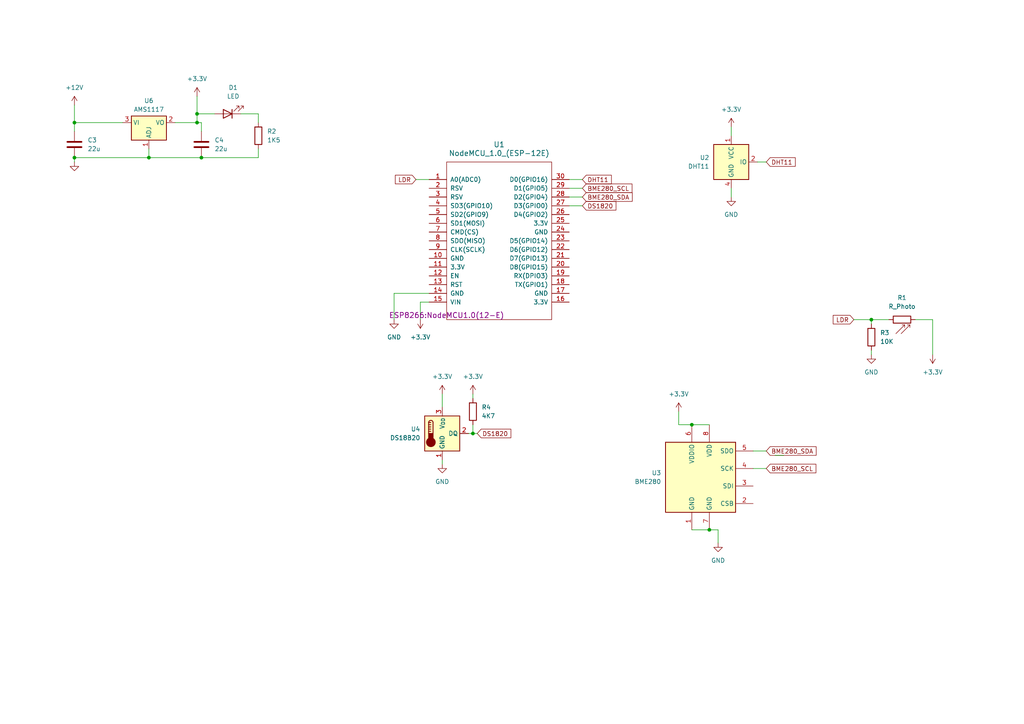
<source format=kicad_sch>
(kicad_sch (version 20230121) (generator eeschema)
  (paper "A4")
  (title_block (title "Open-Aquarium Sensor Module") (date "2023-10-03") (rev "v1"))
  (lib_symbols
    (symbol "Device:C" (pin_numbers hide) (pin_names (offset 0.254))
      (property "Reference" "C" (at 0.635 2.54 0))
      (property "Value" "C" (at 0.635 -2.54 0))
      (symbol "C_0_1"
        (polyline (pts (xy -2.032 -0.762) (xy 2.032 -0.762)) (stroke (width 0.508)))
        (polyline (pts (xy -2.032 0.762) (xy 2.032 0.762)) (stroke (width 0.508)))
      )
      (symbol "C_1_1"
        (pin passive line (at 0 3.81 270) (length 2.794) (name "~") (number "1"))
        (pin passive line (at 0 -3.81 90) (length 2.794) (name "~") (number "2"))
      )
    )
    (symbol "Device:LED" (pin_numbers hide) (pin_names (offset 1.016) hide)
      (property "Reference" "D" (at 0 2.54 0))
      (property "Value" "LED" (at 0 -2.54 0))
      (symbol "LED_0_1"
        (polyline (pts (xy -1.27 -1.27) (xy -1.27 1.27)) (stroke (width 0.254)))
        (polyline (pts (xy -1.27 0) (xy 1.27 0)))
        (polyline (pts (xy 1.27 -1.27) (xy 1.27 1.27) (xy -1.27 0) (xy 1.27 -1.27)) (stroke (width 0.254)))
        (polyline (pts (xy -3.048 -0.762) (xy -4.572 -2.286) (xy -3.81 -2.286) (xy -4.572 -2.286) (xy -4.572 -1.524)))
        (polyline (pts (xy -1.778 -0.762) (xy -3.302 -2.286) (xy -2.54 -2.286) (xy -3.302 -2.286) (xy -3.302 -1.524)))
      )
      (symbol "LED_1_1"
        (pin passive line (at -3.81 0 0) (length 2.54) (name "K") (number "1"))
        (pin passive line (at 3.81 0 180) (length 2.54) (name "A") (number "2"))
      )
    )
    (symbol "Device:R" (pin_numbers hide) (pin_names (offset 0))
      (property "Reference" "R" (at 2.032 0 90))
      (property "Value" "R" (at 0 0 90))
      (symbol "R_0_1"
        (rectangle (start -1.016 -2.54) (end 1.016 2.54) (stroke (width 0.254)))
      )
      (symbol "R_1_1"
        (pin passive line (at 0 3.81 270) (length 1.27) (name "~") (number "1"))
        (pin passive line (at 0 -3.81 90) (length 1.27) (name "~") (number "2"))
      )
    )
    (symbol "Device:R_Photo" (pin_numbers hide) (pin_names (offset 0))
      (property "Reference" "R" (at 1.27 1.27 0))
      (property "Value" "R_Photo" (at 1.27 0 0))
      (symbol "R_Photo_0_1"
        (rectangle (start -1.016 2.54) (end 1.016 -2.54) (stroke (width 0.254)))
        (polyline (pts (xy -1.524 -2.286) (xy -4.064 0.254)))
        (polyline (pts (xy -1.524 -2.286) (xy -2.286 -2.286)))
        (polyline (pts (xy -1.524 -2.286) (xy -1.524 -1.524)))
        (polyline (pts (xy -1.524 -0.762) (xy -4.064 1.778)))
        (polyline (pts (xy -1.524 -0.762) (xy -2.286 -0.762)))
        (polyline (pts (xy -1.524 -0.762) (xy -1.524 0)))
      )
      (symbol "R_Photo_1_1"
        (pin passive line (at 0 3.81 270) (length 1.27) (name "~") (number "1"))
        (pin passive line (at 0 -3.81 90) (length 1.27) (name "~") (number "2"))
      )
    )
    (symbol "ESP8266:NodeMCU_1.0_(ESP-12E)" (pin_names (offset 1.016))
      (property "Reference" "U" (at 0 21.59 0))
      (property "Value" "NodeMCU_1.0_(ESP-12E)" (at 0 -21.59 0))
      (symbol "NodeMCU_1.0_(ESP-12E)_0_1"
        (rectangle (start -15.24 -22.86) (end 15.24 22.86))
      )
      (symbol "NodeMCU_1.0_(ESP-12E)_1_1"
        (pin input line (at -20.32 17.78 0) (length 5.08) (name "A0(ADC0)") (number "1"))
        (pin input line (at -20.32 -5.08 0) (length 5.08) (name "GND") (number "10"))
        (pin power_out line (at -20.32 -7.62 0) (length 5.08) (name "3.3V") (number "11"))
        (pin input line (at -20.32 -10.16 0) (length 5.08) (name "EN") (number "12"))
        (pin input line (at -20.32 -12.7 0) (length 5.08) (name "RST") (number "13"))
        (pin power_in line (at -20.32 -15.24 0) (length 5.08) (name "GND") (number "14"))
        (pin power_in line (at -20.32 -17.78 0) (length 5.08) (name "VIN") (number "15"))
        (pin power_out line (at 20.32 -17.78 180) (length 5.08) (name "3.3V") (number "16"))
        (pin power_in line (at 20.32 -15.24 180) (length 5.08) (name "GND") (number "17"))
        (pin bidirectional line (at 20.32 -12.7 180) (length 5.08) (name "TX(GPIO1)") (number "18"))
        (pin bidirectional line (at 20.32 -10.16 180) (length 5.08) (name "RX(DPIO3)") (number "19"))
        (pin input line (at -20.32 15.24 0) (length 5.08) (name "RSV") (number "2"))
        (pin bidirectional line (at 20.32 -7.62 180) (length 5.08) (name "D8(GPIO15)") (number "20"))
        (pin bidirectional line (at 20.32 -5.08 180) (length 5.08) (name "D7(GPIO13)") (number "21"))
        (pin bidirectional line (at 20.32 -2.54 180) (length 5.08) (name "D6(GPIO12)") (number "22"))
        (pin bidirectional line (at 20.32 0 180) (length 5.08) (name "D5(GPIO14)") (number "23"))
        (pin power_in line (at 20.32 2.54 180) (length 5.08) (name "GND") (number "24"))
        (pin power_out line (at 20.32 5.08 180) (length 5.08) (name "3.3V") (number "25"))
        (pin bidirectional line (at 20.32 7.62 180) (length 5.08) (name "D4(GPIO2)") (number "26"))
        (pin bidirectional line (at 20.32 10.16 180) (length 5.08) (name "D3(GPIO0)") (number "27"))
        (pin bidirectional line (at 20.32 12.7 180) (length 5.08) (name "D2(GPIO4)") (number "28"))
        (pin bidirectional line (at 20.32 15.24 180) (length 5.08) (name "D1(GPIO5)") (number "29"))
        (pin input line (at -20.32 12.7 0) (length 5.08) (name "RSV") (number "3"))
        (pin bidirectional line (at 20.32 17.78 180) (length 5.08) (name "D0(GPIO16)") (number "30"))
        (pin bidirectional line (at -20.32 10.16 0) (length 5.08) (name "SD3(GPIO10)") (number "4"))
        (pin bidirectional line (at -20.32 7.62 0) (length 5.08) (name "SD2(GPIO9)") (number "5"))
        (pin bidirectional line (at -20.32 5.08 0) (length 5.08) (name "SD1(MOSI)") (number "6"))
        (pin bidirectional line (at -20.32 2.54 0) (length 5.08) (name "CMD(CS)") (number "7"))
        (pin bidirectional line (at -20.32 0 0) (length 5.08) (name "SDO(MISO)") (number "8"))
        (pin bidirectional line (at -20.32 -2.54 0) (length 5.08) (name "CLK(SCLK)") (number "9"))
      )
    )
    (symbol "Regulator_Linear:AMS1117"
      (property "Reference" "U" (at -3.81 3.175 0))
      (property "Value" "AMS1117" (at 0 3.175 0))
      (symbol "AMS1117_0_1"
        (rectangle (start -5.08 -5.08) (end 5.08 1.905) (stroke (width 0.254)) (fill (type background)))
      )
      (symbol "AMS1117_1_1"
        (pin input line (at 0 -7.62 90) (length 2.54) (name "ADJ") (number "1"))
        (pin power_out line (at 7.62 0 180) (length 2.54) (name "VO") (number "2"))
        (pin power_in line (at -7.62 0 0) (length 2.54) (name "VI") (number "3"))
      )
    )
    (symbol "Sensor:BME280"
      (property "Reference" "U" (at -8.89 11.43 0))
      (property "Value" "BME280" (at 7.62 11.43 0))
      (symbol "BME280_0_1"
        (rectangle (start -10.16 10.16) (end 10.16 -10.16) (stroke (width 0.254)) (fill (type background)))
      )
      (symbol "BME280_1_1"
        (pin power_in line (at -2.54 -15.24 90) (length 5.08) (name "GND") (number "1"))
        (pin input line (at 15.24 -7.62 180) (length 5.08) (name "CSB") (number "2"))
        (pin bidirectional line (at 15.24 -2.54 180) (length 5.08) (name "SDI") (number "3"))
        (pin input line (at 15.24 2.54 180) (length 5.08) (name "SCK") (number "4"))
        (pin bidirectional line (at 15.24 7.62 180) (length 5.08) (name "SDO") (number "5"))
        (pin power_in line (at -2.54 15.24 270) (length 5.08) (name "VDDIO") (number "6"))
        (pin power_in line (at 2.54 -15.24 90) (length 5.08) (name "GND") (number "7"))
        (pin power_in line (at 2.54 15.24 270) (length 5.08) (name "VDD") (number "8"))
      )
    )
    (symbol "Sensor:DHT11"
      (property "Reference" "U" (at -3.81 6.35 0))
      (property "Value" "DHT11" (at 3.81 6.35 0))
      (symbol "DHT11_0_1"
        (rectangle (start -5.08 5.08) (end 5.08 -5.08) (stroke (width 0.254)) (fill (type background)))
      )
      (symbol "DHT11_1_1"
        (pin power_in line (at 0 7.62 270) (length 2.54) (name "VCC") (number "1"))
        (pin bidirectional line (at 7.62 0 180) (length 2.54) (name "IO") (number "2"))
        (pin no_connect line (at -5.08 0 0) (length 2.54) hide (name "NC") (number "3"))
        (pin power_in line (at 0 -7.62 90) (length 2.54) (name "GND") (number "4"))
      )
    )
    (symbol "Sensor_Temperature:DS18B20"
      (property "Reference" "U" (at -3.81 6.35 0))
      (property "Value" "DS18B20" (at 6.35 6.35 0))
      (symbol "DS18B20_0_1"
        (rectangle (start -5.08 5.08) (end 5.08 -5.08) (stroke (width 0.254)) (fill (type background)))
        (circle (center -3.302 -2.54) (radius 1.27) (stroke (width 0.254)) (fill (type outline)))
        (rectangle (start -2.667 -1.905) (end -3.937 0) (stroke (width 0.254)) (fill (type outline)))
        (arc (start -2.667 3.175) (mid -3.302 3.8073) (end -3.937 3.175) (stroke (width 0.254)))
        (polyline (pts (xy -3.937 0.635) (xy -3.302 0.635)) (stroke (width 0.254)))
        (polyline (pts (xy -3.937 1.27) (xy -3.302 1.27)) (stroke (width 0.254)))
        (polyline (pts (xy -3.937 1.905) (xy -3.302 1.905)) (stroke (width 0.254)))
        (polyline (pts (xy -3.937 2.54) (xy -3.302 2.54)) (stroke (width 0.254)))
        (polyline (pts (xy -3.937 3.175) (xy -3.937 0)) (stroke (width 0.254)))
        (polyline (pts (xy -3.937 3.175) (xy -3.302 3.175)) (stroke (width 0.254)))
        (polyline (pts (xy -2.667 3.175) (xy -2.667 0)) (stroke (width 0.254)))
      )
      (symbol "DS18B20_1_1"
        (pin power_in line (at 0 -7.62 90) (length 2.54) (name "GND") (number "1"))
        (pin bidirectional line (at 7.62 0 180) (length 2.54) (name "DQ") (number "2"))
        (pin power_in line (at 0 7.62 270) (length 2.54) (name "V_{DD}") (number "3"))
      )
    )
    (symbol "power:+12V" (power) (pin_names (offset 0))
      (property "Value" "+12V" (at 0 3.556 0))
      (symbol "+12V_0_1"
        (polyline (pts (xy -0.762 1.27) (xy 0 2.54)))
        (polyline (pts (xy 0 0) (xy 0 2.54)))
        (polyline (pts (xy 0 2.54) (xy 0.762 1.27)))
      )
      (symbol "+12V_1_1"
        (pin power_in line (at 0 0 90) (length 0) hide (name "+12V") (number "1"))
      )
    )
    (symbol "power:+3.3V" (power) (pin_names (offset 0))
      (property "Value" "+3.3V" (at 0 3.556 0))
      (symbol "+3.3V_0_1"
        (polyline (pts (xy -0.762 1.27) (xy 0 2.54)))
        (polyline (pts (xy 0 0) (xy 0 2.54)))
        (polyline (pts (xy 0 2.54) (xy 0.762 1.27)))
      )
      (symbol "+3.3V_1_1"
        (pin power_in line (at 0 0 90) (length 0) hide (name "+3.3V") (number "1"))
      )
    )
    (symbol "power:GND" (power) (pin_names (offset 0))
      (property "Value" "GND" (at 0 -3.81 0))
      (symbol "GND_0_1"
        (polyline (pts (xy 0 0) (xy 0 -1.27) (xy 1.27 -1.27) (xy 0 -2.54) (xy -1.27 -1.27) (xy 0 -1.27)))
      )
      (symbol "GND_1_1"
        (pin power_in line (at 0 0 270) (length 0) hide (name "GND") (number "1"))
      )
    )
  )
  (junction (at 205.74 153.67))
  (junction (at 137.16 125.73))
  (junction (at 57.15 35.56))
  (junction (at 200.66 123.19))
  (junction (at 58.42 45.72))
  (junction (at 21.59 35.56))
  (junction (at 57.15 33.02))
  (junction (at 21.59 45.72))
  (junction (at 43.18 45.72))
  (junction (at 252.73 92.71))
  (wire (pts (xy 21.59 30.48) (xy 21.59 35.56)))
  (wire (pts (xy 168.91 57.15) (xy 165.1 57.15)))
  (wire (pts (xy 212.09 36.83) (xy 212.09 39.37)))
  (wire (pts (xy 227.33 132.08) (xy 224.79 132.08)))
  (wire (pts (xy 212.09 57.15) (xy 212.09 54.61)))
  (wire (pts (xy 57.15 33.02) (xy 57.15 35.56)))
  (wire (pts (xy 218.44 135.89) (xy 222.25 135.89)))
  (wire (pts (xy 43.18 43.18) (xy 43.18 45.72)))
  (wire (pts (xy 21.59 38.1) (xy 21.59 35.56)))
  (wire (pts (xy 138.43 125.73) (xy 137.16 125.73)))
  (wire (pts (xy 218.44 130.81) (xy 222.25 130.81)))
  (wire (pts (xy 121.92 87.63) (xy 124.46 87.63)))
  (wire (pts (xy 120.65 52.07) (xy 124.46 52.07)))
  (wire (pts (xy 208.28 157.48) (xy 208.28 153.67)))
  (wire (pts (xy 43.18 45.72) (xy 58.42 45.72)))
  (wire (pts (xy 137.16 114.3) (xy 137.16 115.57)))
  (wire (pts (xy 168.91 52.07) (xy 165.1 52.07)))
  (wire (pts (xy 252.73 93.98) (xy 252.73 92.71)))
  (wire (pts (xy 265.43 92.71) (xy 270.51 92.71)))
  (wire (pts (xy 50.8 35.56) (xy 57.15 35.56)))
  (wire (pts (xy 128.27 134.62) (xy 128.27 133.35)))
  (wire (pts (xy 114.3 85.09) (xy 124.46 85.09)))
  (wire (pts (xy 114.3 92.71) (xy 114.3 85.09)))
  (wire (pts (xy 196.85 119.38) (xy 196.85 123.19)))
  (wire (pts (xy 21.59 46.99) (xy 21.59 45.72)))
  (wire (pts (xy 57.15 35.56) (xy 58.42 35.56)))
  (wire (pts (xy 168.91 54.61) (xy 165.1 54.61)))
  (wire (pts (xy 137.16 125.73) (xy 135.89 125.73)))
  (wire (pts (xy 121.92 92.71) (xy 121.92 87.63)))
  (wire (pts (xy 252.73 101.6) (xy 252.73 102.87)))
  (wire (pts (xy 128.27 114.3) (xy 128.27 118.11)))
  (wire (pts (xy 58.42 35.56) (xy 58.42 38.1)))
  (wire (pts (xy 74.93 43.18) (xy 74.93 45.72)))
  (wire (pts (xy 57.15 33.02) (xy 62.23 33.02)))
  (wire (pts (xy 247.65 92.71) (xy 252.73 92.71)))
  (wire (pts (xy 21.59 35.56) (xy 35.56 35.56)))
  (wire (pts (xy 196.85 123.19) (xy 200.66 123.19)))
  (wire (pts (xy 74.93 33.02) (xy 74.93 35.56)))
  (wire (pts (xy 58.42 45.72) (xy 74.93 45.72)))
  (wire (pts (xy 208.28 153.67) (xy 205.74 153.67)))
  (wire (pts (xy 69.85 33.02) (xy 74.93 33.02)))
  (wire (pts (xy 252.73 92.71) (xy 257.81 92.71)))
  (wire (pts (xy 168.91 59.69) (xy 165.1 59.69)))
  (wire (pts (xy 270.51 92.71) (xy 270.51 102.87)))
  (wire (pts (xy 57.15 27.94) (xy 57.15 33.02)))
  (wire (pts (xy 200.66 153.67) (xy 205.74 153.67)))
  (wire (pts (xy 200.66 123.19) (xy 205.74 123.19)))
  (wire (pts (xy 21.59 45.72) (xy 43.18 45.72)))
  (wire (pts (xy 137.16 123.19) (xy 137.16 125.73)))
  (wire (pts (xy 222.25 46.99) (xy 219.71 46.99)))
  (global_label "DHT11" (shape input) (at 168.91 52.07 0) (property "Intersheetrefs" "${INTERSHEET_REFS}" (effects hide)))
  (global_label "DHT11" (shape input) (at 222.25 46.99 0) (property "Intersheetrefs" "${INTERSHEET_REFS}" (effects hide)))
  (global_label "DS1820" (shape input) (at 138.43 125.73 0) (property "Intersheetrefs" "${INTERSHEET_REFS}" (effects hide)))
  (global_label "LDR" (shape input) (at 120.65 52.07 180) (property "Intersheetrefs" "${INTERSHEET_REFS}" (effects hide)))
  (global_label "BME280_SDA" (shape input) (at 222.25 130.81 0) (property "Intersheetrefs" "${INTERSHEET_REFS}" (effects hide)))
  (global_label "BME280_SCL" (shape input) (at 222.25 135.89 0) (property "Intersheetrefs" "${INTERSHEET_REFS}" (effects hide)))
  (global_label "LDR" (shape input) (at 247.65 92.71 180) (property "Intersheetrefs" "${INTERSHEET_REFS}" (effects hide)))
  (global_label "BME280_SDA" (shape input) (at 168.91 57.15 0) (property "Intersheetrefs" "${INTERSHEET_REFS}" (effects hide)))
  (global_label "BME280_SCL" (shape input) (at 168.91 54.61 0) (property "Intersheetrefs" "${INTERSHEET_REFS}" (effects hide)))
  (global_label "DS1820" (shape input) (at 168.91 59.69 0) (property "Intersheetrefs" "${INTERSHEET_REFS}" (effects hide)))
  (symbol (lib_id "power:+3.3V") (at 57.15 27.94 0) (unit 1)
    (property "Reference" "#PWR01" (effects hide))
    (property "Value" "+3.3V" (at 57.15 22.86 0))
  )
  (symbol (lib_id "Device:R") (at 137.16 119.38 0) (unit 1)
    (property "Reference" "R4" (at 139.7 118.11 0) (effects (justify left)))
    (property "Value" "4K7" (at 139.7 120.65 0) (effects (justify left)))
    (property "Footprint" "Resistor_SMD:R_0402_1005Metric" (effects hide))
  )
  (symbol (lib_id "Sensor:DHT11") (at 212.09 46.99 0) (unit 1)
    (property "Reference" "U2" (at 205.74 45.72 0) (effects (justify right)))
    (property "Value" "DHT11" (at 205.74 48.26 0) (effects (justify right)))
    (property "Footprint" "Sensor:Aosong_DHT11_5.5x12.0_P2.54mm" (effects hide))
    (property "Datasheet" "http://akizukidenshi.com/download/ds/aosong/DHT11.pdf" (effects hide))
  )
  (symbol (lib_id "Device:LED") (at 66.04 33.02 180) (unit 1)
    (property "Reference" "D1" (at 67.6275 25.4 0))
    (property "Value" "LED" (at 67.6275 27.94 0))
    (property "Footprint" "LED_SMD:LED_0805_2012Metric" (effects hide))
  )
  (symbol (lib_id "power:+3.3V") (at 270.51 102.87 180) (unit 1)
    (property "Reference" "#PWR07" (effects hide))
    (property "Value" "+3.3V" (at 270.51 107.95 0))
  )
  (symbol (lib_id "power:+3.3V") (at 121.92 92.71 180) (unit 1)
    (property "Reference" "#PWR04" (effects hide))
    (property "Value" "+3.3V" (at 121.92 97.79 0))
  )
  (symbol (lib_id "power:+3.3V") (at 196.85 119.38 0) (unit 1)
    (property "Reference" "#PWR09" (effects hide))
    (property "Value" "+3.3V" (at 196.85 114.3 0))
  )
  (symbol (lib_id "power:GND") (at 212.09 57.15 0) (unit 1)
    (property "Reference" "#PWR010" (effects hide))
    (property "Value" "GND" (at 212.09 62.23 0))
  )
  (symbol (lib_id "power:+12V") (at 21.59 30.48 0) (unit 1)
    (property "Reference" "#PWR02" (effects hide))
    (property "Value" "+12V" (at 21.59 25.4 0))
  )
  (symbol (lib_id "power:GND") (at 252.73 102.87 0) (unit 1)
    (property "Reference" "#PWR06" (effects hide))
    (property "Value" "GND" (at 252.73 107.95 0))
  )
  (symbol (lib_id "power:GND") (at 114.3 92.71 0) (unit 1)
    (property "Reference" "#PWR05" (effects hide))
    (property "Value" "GND" (at 114.3 97.79 0))
  )
  (symbol (lib_id "Sensor_Temperature:DS18B20") (at 128.27 125.73 0) (unit 1)
    (property "Reference" "U4" (at 121.92 124.46 0) (effects (justify right)))
    (property "Value" "DS18B20" (at 121.92 127 0) (effects (justify right)))
    (property "Footprint" "Package_TO_SOT_THT:TO-92_Inline" (effects hide))
    (property "Datasheet" "http://datasheets.maximintegrated.com/en/ds/DS18B20.pdf" (effects hide))
  )
  (symbol (lib_id "power:+3.3V") (at 212.09 36.83 0) (unit 1)
    (property "Reference" "#PWR011" (effects hide))
    (property "Value" "+3.3V" (at 212.09 31.75 0))
  )
  (symbol (lib_id "Device:C") (at 21.59 41.91 0) (unit 1)
    (property "Reference" "C3" (at 25.4 40.64 0) (effects (justify left)))
    (property "Value" "22u" (at 25.4 43.18 0) (effects (justify left)))
    (property "Footprint" "Capacitor_SMD:C_0805_2012Metric" (effects hide))
  )
  (symbol (lib_id "power:+3.3V") (at 137.16 114.3 0) (unit 1)
    (property "Reference" "#PWR014" (effects hide))
    (property "Value" "+3.3V" (at 137.16 109.22 0))
  )
  (symbol (lib_id "power:GND") (at 208.28 157.48 0) (unit 1)
    (property "Reference" "#PWR08" (effects hide))
    (property "Value" "GND" (at 208.28 162.56 0))
  )
  (symbol (lib_id "power:GND") (at 21.59 46.99 0) (unit 1)
    (property "Reference" "#PWR03" (effects hide))
    (property "Value" "GND" (effects hide))
  )
  (symbol (lib_id "Device:R") (at 74.93 39.37 0) (unit 1)
    (property "Reference" "R2" (at 77.47 38.1 0) (effects (justify left)))
    (property "Value" "1K5" (at 77.47 40.64 0) (effects (justify left)))
    (property "Footprint" "Resistor_SMD:R_0402_1005Metric" (effects hide))
  )
  (symbol (lib_id "Device:R_Photo") (at 261.62 92.71 90) (unit 1)
    (property "Reference" "R1" (at 261.62 86.36 90))
    (property "Value" "R_Photo" (at 261.62 88.9 90))
    (property "Footprint" "Resistor_THT:R_Axial_DIN0204_L3.6mm_D1.6mm_P7.62mm_Horizontal" (effects hide))
  )
  (symbol (lib_id "ESP8266:NodeMCU_1.0_(ESP-12E)") (at 144.78 69.85 0) (unit 1)
    (property "Reference" "U1" (at 144.78 41.91 0) (effects (font (size 1.524 1.524))))
    (property "Value" "NodeMCU_1.0_(ESP-12E)" (at 144.78 44.45 0) (effects (font (size 1.524 1.524))))
    (property "Footprint" "ESP8266:NodeMCU1.0(12-E)" (at 129.54 91.44 0) (effects (font (size 1.524 1.524))))
  )
  (symbol (lib_id "Device:C") (at 58.42 41.91 0) (unit 1)
    (property "Reference" "C4" (at 62.23 40.64 0) (effects (justify left)))
    (property "Value" "22u" (at 62.23 43.18 0) (effects (justify left)))
    (property "Footprint" "Capacitor_SMD:C_0805_2012Metric" (effects hide))
  )
  (symbol (lib_id "Sensor:BME280") (at 203.2 138.43 0) (unit 1)
    (property "Reference" "U3" (at 191.77 137.16 0) (effects (justify right)))
    (property "Value" "BME280" (at 191.77 139.7 0) (effects (justify right)))
    (property "Footprint" "Package_LGA:Bosch_LGA-8_2.5x2.5mm_P0.65mm_ClockwisePinNumbering" (effects hide))
    (property "Datasheet" "https://www.bosch-sensortec.com/media/boschsensortec/downloads/datasheets/bst-bme280-ds002.pdf" (effects hide))
  )
  (symbol (lib_id "power:+3.3V") (at 128.27 114.3 0) (unit 1)
    (property "Reference" "#PWR013" (effects hide))
    (property "Value" "+3.3V" (at 128.27 109.22 0))
  )
  (symbol (lib_id "Device:R") (at 252.73 97.79 0) (unit 1)
    (property "Reference" "R3" (at 255.27 96.52 0) (effects (justify left)))
    (property "Value" "10K" (at 255.27 99.06 0) (effects (justify left)))
    (property "Footprint" "Resistor_SMD:R_0402_1005Metric" (effects hide))
  )
  (symbol (lib_id "Regulator_Linear:AMS1117") (at 43.18 35.56 0) (unit 1)
    (property "Reference" "U6" (at 43.18 29.21 0))
    (property "Value" "AMS1117" (at 43.18 31.75 0))
    (property "Footprint" "Package_TO_SOT_SMD:SOT-223-3_TabPin2" (effects hide))
    (property "Datasheet" "http://www.advanced-monolithic.com/pdf/ds1117.pdf" (effects hide))
  )
  (symbol (lib_id "power:GND") (at 128.27 134.62 0) (unit 1)
    (property "Reference" "#PWR012" (effects hide))
    (property "Value" "GND" (at 128.27 139.7 0))
  )
)
</source>
